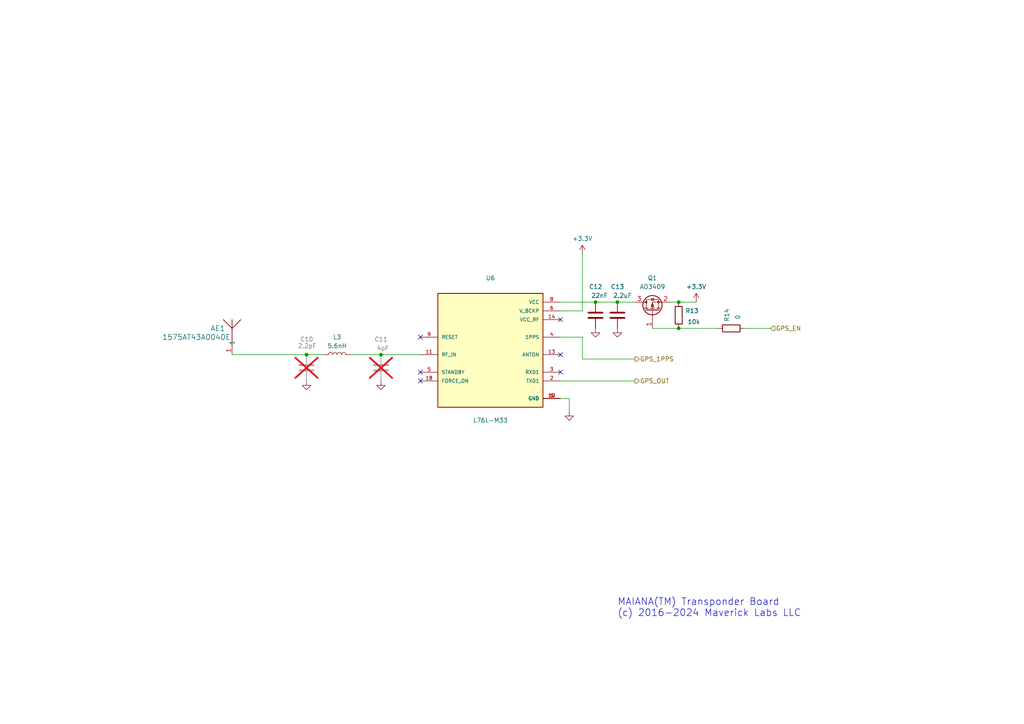
<source format=kicad_sch>
(kicad_sch
	(version 20231120)
	(generator "eeschema")
	(generator_version "8.0")
	(uuid "4f1e4c1f-fd27-4c9c-a2f0-8ae008ebc586")
	(paper "A4")
	(title_block
		(title "GNSS")
		(date "2025-05-28")
		(rev "11.9.2")
		(company "GBC.ro")
	)
	(lib_symbols
		(symbol "1575AT43A0040E:1575AT43A0040E"
			(pin_names
				(offset 0.254)
			)
			(exclude_from_sim no)
			(in_bom yes)
			(on_board yes)
			(property "Reference" "AE"
				(at 2.2606 6.985 0)
				(effects
					(font
						(size 1.524 1.524)
					)
				)
			)
			(property "Value" "1575AT43A0040E"
				(at 2.2606 3.175 0)
				(effects
					(font
						(size 1.524 1.524)
					)
				)
			)
			(property "Footprint" "ANT_1575AT_JOT"
				(at 0 0 0)
				(effects
					(font
						(size 1.27 1.27)
						(italic yes)
					)
					(hide yes)
				)
			)
			(property "Datasheet" "1575AT43A0040E"
				(at 0 0 0)
				(effects
					(font
						(size 1.27 1.27)
						(italic yes)
					)
					(hide yes)
				)
			)
			(property "Description" ""
				(at 0 0 0)
				(effects
					(font
						(size 1.27 1.27)
					)
					(hide yes)
				)
			)
			(property "ki_locked" ""
				(at 0 0 0)
				(effects
					(font
						(size 1.27 1.27)
					)
				)
			)
			(property "ki_keywords" "1575AT43A0040E"
				(at 0 0 0)
				(effects
					(font
						(size 1.27 1.27)
					)
					(hide yes)
				)
			)
			(property "ki_fp_filters" "ANT_1575AT_JOT ANT_1575AT_JOT-M ANT_1575AT_JOT-L"
				(at 0 0 0)
				(effects
					(font
						(size 1.27 1.27)
					)
					(hide yes)
				)
			)
			(symbol "1575AT43A0040E_0_1"
				(polyline
					(pts
						(xy -2.54 10.16) (xy 0 7.62)
					)
					(stroke
						(width 0.2032)
						(type default)
					)
					(fill
						(type none)
					)
				)
				(polyline
					(pts
						(xy 0 7.62) (xy 0 2.54)
					)
					(stroke
						(width 0.2032)
						(type default)
					)
					(fill
						(type none)
					)
				)
				(polyline
					(pts
						(xy 0 7.62) (xy 2.54 10.16)
					)
					(stroke
						(width 0.2032)
						(type default)
					)
					(fill
						(type none)
					)
				)
				(polyline
					(pts
						(xy 0 10.16) (xy 0 7.62)
					)
					(stroke
						(width 0.2032)
						(type default)
					)
					(fill
						(type none)
					)
				)
				(pin unspecified line
					(at 0 0 90)
					(length 2.54)
					(name "1"
						(effects
							(font
								(size 1.27 1.27)
							)
						)
					)
					(number "1"
						(effects
							(font
								(size 1.27 1.27)
							)
						)
					)
				)
			)
		)
		(symbol "Device:C"
			(pin_numbers hide)
			(pin_names
				(offset 0.254)
			)
			(exclude_from_sim no)
			(in_bom yes)
			(on_board yes)
			(property "Reference" "C"
				(at 0.635 2.54 0)
				(effects
					(font
						(size 1.27 1.27)
					)
					(justify left)
				)
			)
			(property "Value" "C"
				(at 0.635 -2.54 0)
				(effects
					(font
						(size 1.27 1.27)
					)
					(justify left)
				)
			)
			(property "Footprint" ""
				(at 0.9652 -3.81 0)
				(effects
					(font
						(size 1.27 1.27)
					)
					(hide yes)
				)
			)
			(property "Datasheet" "~"
				(at 0 0 0)
				(effects
					(font
						(size 1.27 1.27)
					)
					(hide yes)
				)
			)
			(property "Description" "Unpolarized capacitor"
				(at 0 0 0)
				(effects
					(font
						(size 1.27 1.27)
					)
					(hide yes)
				)
			)
			(property "ki_keywords" "cap capacitor"
				(at 0 0 0)
				(effects
					(font
						(size 1.27 1.27)
					)
					(hide yes)
				)
			)
			(property "ki_fp_filters" "C_*"
				(at 0 0 0)
				(effects
					(font
						(size 1.27 1.27)
					)
					(hide yes)
				)
			)
			(symbol "C_0_1"
				(polyline
					(pts
						(xy -2.032 -0.762) (xy 2.032 -0.762)
					)
					(stroke
						(width 0.508)
						(type default)
					)
					(fill
						(type none)
					)
				)
				(polyline
					(pts
						(xy -2.032 0.762) (xy 2.032 0.762)
					)
					(stroke
						(width 0.508)
						(type default)
					)
					(fill
						(type none)
					)
				)
			)
			(symbol "C_1_1"
				(pin passive line
					(at 0 3.81 270)
					(length 2.794)
					(name "~"
						(effects
							(font
								(size 1.27 1.27)
							)
						)
					)
					(number "1"
						(effects
							(font
								(size 1.27 1.27)
							)
						)
					)
				)
				(pin passive line
					(at 0 -3.81 90)
					(length 2.794)
					(name "~"
						(effects
							(font
								(size 1.27 1.27)
							)
						)
					)
					(number "2"
						(effects
							(font
								(size 1.27 1.27)
							)
						)
					)
				)
			)
		)
		(symbol "Device:L"
			(pin_numbers hide)
			(pin_names
				(offset 1.016) hide)
			(exclude_from_sim no)
			(in_bom yes)
			(on_board yes)
			(property "Reference" "L"
				(at -1.27 0 90)
				(effects
					(font
						(size 1.27 1.27)
					)
				)
			)
			(property "Value" "L"
				(at 1.905 0 90)
				(effects
					(font
						(size 1.27 1.27)
					)
				)
			)
			(property "Footprint" ""
				(at 0 0 0)
				(effects
					(font
						(size 1.27 1.27)
					)
					(hide yes)
				)
			)
			(property "Datasheet" "~"
				(at 0 0 0)
				(effects
					(font
						(size 1.27 1.27)
					)
					(hide yes)
				)
			)
			(property "Description" "Inductor"
				(at 0 0 0)
				(effects
					(font
						(size 1.27 1.27)
					)
					(hide yes)
				)
			)
			(property "ki_keywords" "inductor choke coil reactor magnetic"
				(at 0 0 0)
				(effects
					(font
						(size 1.27 1.27)
					)
					(hide yes)
				)
			)
			(property "ki_fp_filters" "Choke_* *Coil* Inductor_* L_*"
				(at 0 0 0)
				(effects
					(font
						(size 1.27 1.27)
					)
					(hide yes)
				)
			)
			(symbol "L_0_1"
				(arc
					(start 0 -2.54)
					(mid 0.6323 -1.905)
					(end 0 -1.27)
					(stroke
						(width 0)
						(type default)
					)
					(fill
						(type none)
					)
				)
				(arc
					(start 0 -1.27)
					(mid 0.6323 -0.635)
					(end 0 0)
					(stroke
						(width 0)
						(type default)
					)
					(fill
						(type none)
					)
				)
				(arc
					(start 0 0)
					(mid 0.6323 0.635)
					(end 0 1.27)
					(stroke
						(width 0)
						(type default)
					)
					(fill
						(type none)
					)
				)
				(arc
					(start 0 1.27)
					(mid 0.6323 1.905)
					(end 0 2.54)
					(stroke
						(width 0)
						(type default)
					)
					(fill
						(type none)
					)
				)
			)
			(symbol "L_1_1"
				(pin passive line
					(at 0 3.81 270)
					(length 1.27)
					(name "1"
						(effects
							(font
								(size 1.27 1.27)
							)
						)
					)
					(number "1"
						(effects
							(font
								(size 1.27 1.27)
							)
						)
					)
				)
				(pin passive line
					(at 0 -3.81 90)
					(length 1.27)
					(name "2"
						(effects
							(font
								(size 1.27 1.27)
							)
						)
					)
					(number "2"
						(effects
							(font
								(size 1.27 1.27)
							)
						)
					)
				)
			)
		)
		(symbol "Device:R"
			(pin_numbers hide)
			(pin_names
				(offset 0)
			)
			(exclude_from_sim no)
			(in_bom yes)
			(on_board yes)
			(property "Reference" "R"
				(at 2.032 0 90)
				(effects
					(font
						(size 1.27 1.27)
					)
				)
			)
			(property "Value" "R"
				(at 0 0 90)
				(effects
					(font
						(size 1.27 1.27)
					)
				)
			)
			(property "Footprint" ""
				(at -1.778 0 90)
				(effects
					(font
						(size 1.27 1.27)
					)
					(hide yes)
				)
			)
			(property "Datasheet" "~"
				(at 0 0 0)
				(effects
					(font
						(size 1.27 1.27)
					)
					(hide yes)
				)
			)
			(property "Description" "Resistor"
				(at 0 0 0)
				(effects
					(font
						(size 1.27 1.27)
					)
					(hide yes)
				)
			)
			(property "ki_keywords" "R res resistor"
				(at 0 0 0)
				(effects
					(font
						(size 1.27 1.27)
					)
					(hide yes)
				)
			)
			(property "ki_fp_filters" "R_*"
				(at 0 0 0)
				(effects
					(font
						(size 1.27 1.27)
					)
					(hide yes)
				)
			)
			(symbol "R_0_1"
				(rectangle
					(start -1.016 -2.54)
					(end 1.016 2.54)
					(stroke
						(width 0.254)
						(type default)
					)
					(fill
						(type none)
					)
				)
			)
			(symbol "R_1_1"
				(pin passive line
					(at 0 3.81 270)
					(length 1.27)
					(name "~"
						(effects
							(font
								(size 1.27 1.27)
							)
						)
					)
					(number "1"
						(effects
							(font
								(size 1.27 1.27)
							)
						)
					)
				)
				(pin passive line
					(at 0 -3.81 90)
					(length 1.27)
					(name "~"
						(effects
							(font
								(size 1.27 1.27)
							)
						)
					)
					(number "2"
						(effects
							(font
								(size 1.27 1.27)
							)
						)
					)
				)
			)
		)
		(symbol "L76L-M33:L76L-M33"
			(pin_names
				(offset 1.016)
			)
			(exclude_from_sim no)
			(in_bom yes)
			(on_board yes)
			(property "Reference" "U"
				(at -15.24 18.542 0)
				(effects
					(font
						(size 1.27 1.27)
					)
					(justify left bottom)
				)
			)
			(property "Value" "L76L-M33"
				(at -15.24 -17.78 0)
				(effects
					(font
						(size 1.27 1.27)
					)
					(justify left bottom)
				)
			)
			(property "Footprint" "XCVR_L76L-M33"
				(at 0 0 0)
				(effects
					(font
						(size 1.27 1.27)
					)
					(justify bottom)
					(hide yes)
				)
			)
			(property "Datasheet" ""
				(at 0 0 0)
				(effects
					(font
						(size 1.27 1.27)
					)
					(hide yes)
				)
			)
			(property "Description" "\nL76-L is a concurrent receiver module integrating GPS, GLONASS, Galileo and QZSS systems. With 33 tracking channels, 99 acquisition channels and 210 PRN channels, L76-L can acquire and track any mix of GPS, GLONASS and SBAS signals. Designed to be compatible with Quectel L76 module in the compact and unified form factor, L76-L provides a built-in LNA for better performance in weak signal areas.\n"
				(at 0 0 0)
				(effects
					(font
						(size 1.27 1.27)
					)
					(justify bottom)
					(hide yes)
				)
			)
			(property "MF" "Quectel"
				(at 0 0 0)
				(effects
					(font
						(size 1.27 1.27)
					)
					(justify bottom)
					(hide yes)
				)
			)
			(property "Package" "Custom Quectel"
				(at 0 0 0)
				(effects
					(font
						(size 1.27 1.27)
					)
					(justify bottom)
					(hide yes)
				)
			)
			(property "Price" "None"
				(at 0 0 0)
				(effects
					(font
						(size 1.27 1.27)
					)
					(justify bottom)
					(hide yes)
				)
			)
			(property "SnapEDA_Link" "https://www.snapeda.com/parts/L76L-M33/Quectel/view-part/?ref=snap"
				(at 0 0 0)
				(effects
					(font
						(size 1.27 1.27)
					)
					(justify bottom)
					(hide yes)
				)
			)
			(property "MP" "L76L-M33"
				(at 0 0 0)
				(effects
					(font
						(size 1.27 1.27)
					)
					(justify bottom)
					(hide yes)
				)
			)
			(property "Purchase-URL" "https://pricing.snapeda.com/search?q=L76L-M33&ref=eda"
				(at 0 0 0)
				(effects
					(font
						(size 1.27 1.27)
					)
					(justify bottom)
					(hide yes)
				)
			)
			(property "Availability" "In Stock"
				(at 0 0 0)
				(effects
					(font
						(size 1.27 1.27)
					)
					(justify bottom)
					(hide yes)
				)
			)
			(property "Check_prices" "https://www.snapeda.com/parts/L76L-M33/Quectel/view-part/?ref=eda"
				(at 0 0 0)
				(effects
					(font
						(size 1.27 1.27)
					)
					(justify bottom)
					(hide yes)
				)
			)
			(symbol "L76L-M33_0_0"
				(rectangle
					(start -15.24 -15.24)
					(end 15.24 17.78)
					(stroke
						(width 0.254)
						(type default)
					)
					(fill
						(type background)
					)
				)
				(pin power_in line
					(at 20.32 -12.7 180)
					(length 5.08)
					(name "GND"
						(effects
							(font
								(size 1.016 1.016)
							)
						)
					)
					(number "1"
						(effects
							(font
								(size 1.016 1.016)
							)
						)
					)
				)
				(pin power_in line
					(at 20.32 -12.7 180)
					(length 5.08)
					(name "GND"
						(effects
							(font
								(size 1.016 1.016)
							)
						)
					)
					(number "10"
						(effects
							(font
								(size 1.016 1.016)
							)
						)
					)
				)
				(pin input line
					(at -20.32 0 0)
					(length 5.08)
					(name "RF_IN"
						(effects
							(font
								(size 1.016 1.016)
							)
						)
					)
					(number "11"
						(effects
							(font
								(size 1.016 1.016)
							)
						)
					)
				)
				(pin power_in line
					(at 20.32 -12.7 180)
					(length 5.08)
					(name "GND"
						(effects
							(font
								(size 1.016 1.016)
							)
						)
					)
					(number "12"
						(effects
							(font
								(size 1.016 1.016)
							)
						)
					)
				)
				(pin output line
					(at 20.32 0 180)
					(length 5.08)
					(name "ANTON"
						(effects
							(font
								(size 1.016 1.016)
							)
						)
					)
					(number "13"
						(effects
							(font
								(size 1.016 1.016)
							)
						)
					)
				)
				(pin power_in line
					(at 20.32 10.16 180)
					(length 5.08)
					(name "VCC_RF"
						(effects
							(font
								(size 1.016 1.016)
							)
						)
					)
					(number "14"
						(effects
							(font
								(size 1.016 1.016)
							)
						)
					)
				)
				(pin input line
					(at -20.32 -7.62 0)
					(length 5.08)
					(name "FORCE_ON"
						(effects
							(font
								(size 1.016 1.016)
							)
						)
					)
					(number "18"
						(effects
							(font
								(size 1.016 1.016)
							)
						)
					)
				)
				(pin output line
					(at 20.32 -7.62 180)
					(length 5.08)
					(name "TXD1"
						(effects
							(font
								(size 1.016 1.016)
							)
						)
					)
					(number "2"
						(effects
							(font
								(size 1.016 1.016)
							)
						)
					)
				)
				(pin input line
					(at 20.32 -5.08 180)
					(length 5.08)
					(name "RXD1"
						(effects
							(font
								(size 1.016 1.016)
							)
						)
					)
					(number "3"
						(effects
							(font
								(size 1.016 1.016)
							)
						)
					)
				)
				(pin output line
					(at 20.32 5.08 180)
					(length 5.08)
					(name "1PPS"
						(effects
							(font
								(size 1.016 1.016)
							)
						)
					)
					(number "4"
						(effects
							(font
								(size 1.016 1.016)
							)
						)
					)
				)
				(pin input line
					(at -20.32 -5.08 0)
					(length 5.08)
					(name "STANDBY"
						(effects
							(font
								(size 1.016 1.016)
							)
						)
					)
					(number "5"
						(effects
							(font
								(size 1.016 1.016)
							)
						)
					)
				)
				(pin power_in line
					(at 20.32 12.7 180)
					(length 5.08)
					(name "V_BCKP"
						(effects
							(font
								(size 1.016 1.016)
							)
						)
					)
					(number "6"
						(effects
							(font
								(size 1.016 1.016)
							)
						)
					)
				)
				(pin power_in line
					(at 20.32 15.24 180)
					(length 5.08)
					(name "VCC"
						(effects
							(font
								(size 1.016 1.016)
							)
						)
					)
					(number "8"
						(effects
							(font
								(size 1.016 1.016)
							)
						)
					)
				)
				(pin input line
					(at -20.32 5.08 0)
					(length 5.08)
					(name "RESET"
						(effects
							(font
								(size 1.016 1.016)
							)
						)
					)
					(number "9"
						(effects
							(font
								(size 1.016 1.016)
							)
						)
					)
				)
			)
		)
		(symbol "Transistor_FET:AO3401A"
			(pin_names hide)
			(exclude_from_sim no)
			(in_bom yes)
			(on_board yes)
			(property "Reference" "Q"
				(at 5.08 1.905 0)
				(effects
					(font
						(size 1.27 1.27)
					)
					(justify left)
				)
			)
			(property "Value" "AO3401A"
				(at 5.08 0 0)
				(effects
					(font
						(size 1.27 1.27)
					)
					(justify left)
				)
			)
			(property "Footprint" "Package_TO_SOT_SMD:SOT-23"
				(at 5.08 -1.905 0)
				(effects
					(font
						(size 1.27 1.27)
						(italic yes)
					)
					(justify left)
					(hide yes)
				)
			)
			(property "Datasheet" "http://www.aosmd.com/pdfs/datasheet/AO3401A.pdf"
				(at 0 0 0)
				(effects
					(font
						(size 1.27 1.27)
					)
					(justify left)
					(hide yes)
				)
			)
			(property "Description" "-4.0A Id, -30V Vds, P-Channel MOSFET, SOT-23"
				(at 0 0 0)
				(effects
					(font
						(size 1.27 1.27)
					)
					(hide yes)
				)
			)
			(property "ki_keywords" "P-Channel MOSFET"
				(at 0 0 0)
				(effects
					(font
						(size 1.27 1.27)
					)
					(hide yes)
				)
			)
			(property "ki_fp_filters" "SOT?23*"
				(at 0 0 0)
				(effects
					(font
						(size 1.27 1.27)
					)
					(hide yes)
				)
			)
			(symbol "AO3401A_0_1"
				(polyline
					(pts
						(xy 0.254 0) (xy -2.54 0)
					)
					(stroke
						(width 0)
						(type default)
					)
					(fill
						(type none)
					)
				)
				(polyline
					(pts
						(xy 0.254 1.905) (xy 0.254 -1.905)
					)
					(stroke
						(width 0.254)
						(type default)
					)
					(fill
						(type none)
					)
				)
				(polyline
					(pts
						(xy 0.762 -1.27) (xy 0.762 -2.286)
					)
					(stroke
						(width 0.254)
						(type default)
					)
					(fill
						(type none)
					)
				)
				(polyline
					(pts
						(xy 0.762 0.508) (xy 0.762 -0.508)
					)
					(stroke
						(width 0.254)
						(type default)
					)
					(fill
						(type none)
					)
				)
				(polyline
					(pts
						(xy 0.762 2.286) (xy 0.762 1.27)
					)
					(stroke
						(width 0.254)
						(type default)
					)
					(fill
						(type none)
					)
				)
				(polyline
					(pts
						(xy 2.54 2.54) (xy 2.54 1.778)
					)
					(stroke
						(width 0)
						(type default)
					)
					(fill
						(type none)
					)
				)
				(polyline
					(pts
						(xy 2.54 -2.54) (xy 2.54 0) (xy 0.762 0)
					)
					(stroke
						(width 0)
						(type default)
					)
					(fill
						(type none)
					)
				)
				(polyline
					(pts
						(xy 0.762 1.778) (xy 3.302 1.778) (xy 3.302 -1.778) (xy 0.762 -1.778)
					)
					(stroke
						(width 0)
						(type default)
					)
					(fill
						(type none)
					)
				)
				(polyline
					(pts
						(xy 2.286 0) (xy 1.27 0.381) (xy 1.27 -0.381) (xy 2.286 0)
					)
					(stroke
						(width 0)
						(type default)
					)
					(fill
						(type outline)
					)
				)
				(polyline
					(pts
						(xy 2.794 -0.508) (xy 2.921 -0.381) (xy 3.683 -0.381) (xy 3.81 -0.254)
					)
					(stroke
						(width 0)
						(type default)
					)
					(fill
						(type none)
					)
				)
				(polyline
					(pts
						(xy 3.302 -0.381) (xy 2.921 0.254) (xy 3.683 0.254) (xy 3.302 -0.381)
					)
					(stroke
						(width 0)
						(type default)
					)
					(fill
						(type none)
					)
				)
				(circle
					(center 1.651 0)
					(radius 2.794)
					(stroke
						(width 0.254)
						(type default)
					)
					(fill
						(type none)
					)
				)
				(circle
					(center 2.54 -1.778)
					(radius 0.254)
					(stroke
						(width 0)
						(type default)
					)
					(fill
						(type outline)
					)
				)
				(circle
					(center 2.54 1.778)
					(radius 0.254)
					(stroke
						(width 0)
						(type default)
					)
					(fill
						(type outline)
					)
				)
			)
			(symbol "AO3401A_1_1"
				(pin input line
					(at -5.08 0 0)
					(length 2.54)
					(name "G"
						(effects
							(font
								(size 1.27 1.27)
							)
						)
					)
					(number "1"
						(effects
							(font
								(size 1.27 1.27)
							)
						)
					)
				)
				(pin passive line
					(at 2.54 -5.08 90)
					(length 2.54)
					(name "S"
						(effects
							(font
								(size 1.27 1.27)
							)
						)
					)
					(number "2"
						(effects
							(font
								(size 1.27 1.27)
							)
						)
					)
				)
				(pin passive line
					(at 2.54 5.08 270)
					(length 2.54)
					(name "D"
						(effects
							(font
								(size 1.27 1.27)
							)
						)
					)
					(number "3"
						(effects
							(font
								(size 1.27 1.27)
							)
						)
					)
				)
			)
		)
		(symbol "power:+3.3V"
			(power)
			(pin_names
				(offset 0)
			)
			(exclude_from_sim no)
			(in_bom yes)
			(on_board yes)
			(property "Reference" "#PWR"
				(at 0 -3.81 0)
				(effects
					(font
						(size 1.27 1.27)
					)
					(hide yes)
				)
			)
			(property "Value" "+3.3V"
				(at 0 3.556 0)
				(effects
					(font
						(size 1.27 1.27)
					)
				)
			)
			(property "Footprint" ""
				(at 0 0 0)
				(effects
					(font
						(size 1.27 1.27)
					)
					(hide yes)
				)
			)
			(property "Datasheet" ""
				(at 0 0 0)
				(effects
					(font
						(size 1.27 1.27)
					)
					(hide yes)
				)
			)
			(property "Description" "Power symbol creates a global label with name \"+3.3V\""
				(at 0 0 0)
				(effects
					(font
						(size 1.27 1.27)
					)
					(hide yes)
				)
			)
			(property "ki_keywords" "global power"
				(at 0 0 0)
				(effects
					(font
						(size 1.27 1.27)
					)
					(hide yes)
				)
			)
			(symbol "+3.3V_0_1"
				(polyline
					(pts
						(xy -0.762 1.27) (xy 0 2.54)
					)
					(stroke
						(width 0)
						(type default)
					)
					(fill
						(type none)
					)
				)
				(polyline
					(pts
						(xy 0 0) (xy 0 2.54)
					)
					(stroke
						(width 0)
						(type default)
					)
					(fill
						(type none)
					)
				)
				(polyline
					(pts
						(xy 0 2.54) (xy 0.762 1.27)
					)
					(stroke
						(width 0)
						(type default)
					)
					(fill
						(type none)
					)
				)
			)
			(symbol "+3.3V_1_1"
				(pin power_in line
					(at 0 0 90)
					(length 0) hide
					(name "+3.3V"
						(effects
							(font
								(size 1.27 1.27)
							)
						)
					)
					(number "1"
						(effects
							(font
								(size 1.27 1.27)
							)
						)
					)
				)
			)
		)
		(symbol "power:GND"
			(power)
			(pin_names
				(offset 0)
			)
			(exclude_from_sim no)
			(in_bom yes)
			(on_board yes)
			(property "Reference" "#PWR"
				(at 0 -6.35 0)
				(effects
					(font
						(size 1.27 1.27)
					)
					(hide yes)
				)
			)
			(property "Value" "GND"
				(at 0 -3.81 0)
				(effects
					(font
						(size 1.27 1.27)
					)
				)
			)
			(property "Footprint" ""
				(at 0 0 0)
				(effects
					(font
						(size 1.27 1.27)
					)
					(hide yes)
				)
			)
			(property "Datasheet" ""
				(at 0 0 0)
				(effects
					(font
						(size 1.27 1.27)
					)
					(hide yes)
				)
			)
			(property "Description" "Power symbol creates a global label with name \"GND\" , ground"
				(at 0 0 0)
				(effects
					(font
						(size 1.27 1.27)
					)
					(hide yes)
				)
			)
			(property "ki_keywords" "global power"
				(at 0 0 0)
				(effects
					(font
						(size 1.27 1.27)
					)
					(hide yes)
				)
			)
			(symbol "GND_0_1"
				(polyline
					(pts
						(xy 0 0) (xy 0 -1.27) (xy 1.27 -1.27) (xy 0 -2.54) (xy -1.27 -1.27) (xy 0 -1.27)
					)
					(stroke
						(width 0)
						(type default)
					)
					(fill
						(type none)
					)
				)
			)
			(symbol "GND_1_1"
				(pin power_in line
					(at 0 0 270)
					(length 0) hide
					(name "GND"
						(effects
							(font
								(size 1.27 1.27)
							)
						)
					)
					(number "1"
						(effects
							(font
								(size 1.27 1.27)
							)
						)
					)
				)
			)
		)
	)
	(junction
		(at 196.85 87.63)
		(diameter 0)
		(color 0 0 0 0)
		(uuid "930521ea-9710-4c5d-8b1d-b9d9bfdc3850")
	)
	(junction
		(at 179.07 87.63)
		(diameter 0)
		(color 0 0 0 0)
		(uuid "9389a223-3d49-452c-8e93-5fe7677b697c")
	)
	(junction
		(at 110.49 102.87)
		(diameter 0)
		(color 0 0 0 0)
		(uuid "9af3722e-acfe-4b5e-9be3-91bca8e1731b")
	)
	(junction
		(at 196.85 95.25)
		(diameter 0)
		(color 0 0 0 0)
		(uuid "a89fbbd7-17b3-4448-b54f-cfbe70821d4e")
	)
	(junction
		(at 88.9 102.87)
		(diameter 0)
		(color 0 0 0 0)
		(uuid "c730a3e4-ce1f-49fd-a40d-a38c691a8b4f")
	)
	(junction
		(at 172.72 87.63)
		(diameter 0)
		(color 0 0 0 0)
		(uuid "f997a20d-3365-40e5-8074-37cea13580a9")
	)
	(no_connect
		(at 162.56 107.95)
		(uuid "140088ae-e176-40fc-84f9-b8d8582403fd")
	)
	(no_connect
		(at 121.92 97.79)
		(uuid "1881a7ae-0e3f-47c8-b6e8-5cc5cd0ef4ab")
	)
	(no_connect
		(at 121.92 110.49)
		(uuid "4eef1219-adcc-4141-b178-82dc62410a99")
	)
	(no_connect
		(at 162.56 92.71)
		(uuid "7aa6908a-6460-4104-ae15-9e06d409d705")
	)
	(no_connect
		(at 162.56 102.87)
		(uuid "8e66383c-de8b-4cdf-bd2e-ead2c10969c5")
	)
	(no_connect
		(at 121.92 107.95)
		(uuid "a763b9d2-77ce-4e1d-a0d1-bf4731491b41")
	)
	(wire
		(pts
			(xy 67.31 102.87) (xy 88.9 102.87)
		)
		(stroke
			(width 0)
			(type default)
		)
		(uuid "11437a16-49e3-48e4-b522-aef11848d529")
	)
	(wire
		(pts
			(xy 168.91 90.17) (xy 168.91 73.66)
		)
		(stroke
			(width 0)
			(type default)
		)
		(uuid "444801a7-a47f-4bc0-a692-6e3390c9d984")
	)
	(wire
		(pts
			(xy 88.9 102.87) (xy 93.98 102.87)
		)
		(stroke
			(width 0)
			(type default)
		)
		(uuid "46839f67-6815-4941-88bc-862a0af9ca02")
	)
	(wire
		(pts
			(xy 101.6 102.87) (xy 110.49 102.87)
		)
		(stroke
			(width 0)
			(type default)
		)
		(uuid "4f73dfe1-a265-48d3-8b47-0568de84ace0")
	)
	(wire
		(pts
			(xy 168.91 97.79) (xy 168.91 104.14)
		)
		(stroke
			(width 0)
			(type default)
		)
		(uuid "53a1dbf1-bc65-4001-8f31-2b4419603197")
	)
	(wire
		(pts
			(xy 194.31 87.63) (xy 196.85 87.63)
		)
		(stroke
			(width 0)
			(type default)
		)
		(uuid "76a15a4a-e24c-4ff7-8d48-bf23af6a141e")
	)
	(wire
		(pts
			(xy 110.49 102.87) (xy 121.92 102.87)
		)
		(stroke
			(width 0)
			(type default)
		)
		(uuid "92e5e184-6795-43bd-a82c-295b2a50ae39")
	)
	(wire
		(pts
			(xy 165.1 115.57) (xy 165.1 119.38)
		)
		(stroke
			(width 0)
			(type default)
		)
		(uuid "9362f3ab-2701-4910-963f-6ecce67f1a7c")
	)
	(wire
		(pts
			(xy 215.9 95.25) (xy 223.52 95.25)
		)
		(stroke
			(width 0)
			(type default)
		)
		(uuid "952894d4-63e4-42a0-ac03-9dcc3e63f1d2")
	)
	(wire
		(pts
			(xy 162.56 90.17) (xy 168.91 90.17)
		)
		(stroke
			(width 0)
			(type default)
		)
		(uuid "96367af1-318b-4962-8038-f356f9a65e23")
	)
	(wire
		(pts
			(xy 196.85 87.63) (xy 201.93 87.63)
		)
		(stroke
			(width 0)
			(type default)
		)
		(uuid "a7fdcfef-9bd5-4f85-86b2-d5c3ced93e96")
	)
	(wire
		(pts
			(xy 162.56 110.49) (xy 184.15 110.49)
		)
		(stroke
			(width 0)
			(type default)
		)
		(uuid "b2403740-9f03-4fbf-8270-edb9e453a353")
	)
	(wire
		(pts
			(xy 189.23 95.25) (xy 196.85 95.25)
		)
		(stroke
			(width 0)
			(type default)
		)
		(uuid "b3185018-9508-48c2-b707-a95a38143dbe")
	)
	(wire
		(pts
			(xy 172.72 87.63) (xy 179.07 87.63)
		)
		(stroke
			(width 0)
			(type default)
		)
		(uuid "c1b37e0f-7413-47c2-af5e-6c5319a593dc")
	)
	(wire
		(pts
			(xy 162.56 115.57) (xy 165.1 115.57)
		)
		(stroke
			(width 0)
			(type default)
		)
		(uuid "c21ce04d-a405-4809-96a8-724742e3a089")
	)
	(wire
		(pts
			(xy 168.91 104.14) (xy 184.15 104.14)
		)
		(stroke
			(width 0)
			(type default)
		)
		(uuid "d06c04f2-ae0c-4b5b-9b6b-662a221c7dcf")
	)
	(wire
		(pts
			(xy 196.85 95.25) (xy 208.28 95.25)
		)
		(stroke
			(width 0)
			(type default)
		)
		(uuid "f302e40f-6fa9-423c-b6a4-bb802d5b000c")
	)
	(wire
		(pts
			(xy 162.56 87.63) (xy 172.72 87.63)
		)
		(stroke
			(width 0)
			(type default)
		)
		(uuid "fd926063-2be1-4502-b33a-a5b3c4b528bb")
	)
	(wire
		(pts
			(xy 179.07 87.63) (xy 184.15 87.63)
		)
		(stroke
			(width 0)
			(type default)
		)
		(uuid "ff14fecc-bf1f-4c59-89ca-4cba8b10c548")
	)
	(wire
		(pts
			(xy 162.56 97.79) (xy 168.91 97.79)
		)
		(stroke
			(width 0)
			(type default)
		)
		(uuid "ff9157b1-8457-4528-93d4-692de92a32ba")
	)
	(text "MAIANA(TM) Transponder Board\n(c) 2016-2024 Maverick Labs LLC"
		(exclude_from_sim no)
		(at 179.07 179.07 0)
		(effects
			(font
				(size 2 2)
			)
			(justify left bottom)
		)
		(uuid "ee0db328-fd38-4059-b8ef-6d4e748be202")
	)
	(hierarchical_label "GPS_1PPS"
		(shape output)
		(at 184.15 104.14 0)
		(effects
			(font
				(size 1.27 1.27)
			)
			(justify left)
		)
		(uuid "4dc2ed89-20f5-4fe6-9933-f26b838fb9e9")
	)
	(hierarchical_label "GPS_OUT"
		(shape output)
		(at 184.15 110.49 0)
		(effects
			(font
				(size 1.27 1.27)
			)
			(justify left)
		)
		(uuid "98cc23a9-8c1f-4ded-8407-adc4d7564ccf")
	)
	(hierarchical_label "GPS_EN"
		(shape input)
		(at 223.52 95.25 0)
		(effects
			(font
				(size 1.27 1.27)
			)
			(justify left)
		)
		(uuid "b38c68ac-f781-4221-81f7-960c4ced71ca")
	)
	(symbol
		(lib_id "Device:R")
		(at 212.09 95.25 90)
		(unit 1)
		(exclude_from_sim no)
		(in_bom yes)
		(on_board yes)
		(dnp no)
		(uuid "00d41952-7e49-4720-9cc6-90e94f274e00")
		(property "Reference" "R14"
			(at 210.82 93.345 0)
			(effects
				(font
					(size 1.27 1.27)
				)
				(justify left)
			)
		)
		(property "Value" "0"
			(at 213.995 92.71 0)
			(effects
				(font
					(size 1.27 1.27)
				)
				(justify left)
			)
		)
		(property "Footprint" "Resistor_SMD:R_0603_1608Metric"
			(at 212.09 97.028 90)
			(effects
				(font
					(size 1.27 1.27)
				)
				(hide yes)
			)
		)
		(property "Datasheet" "~"
			(at 212.09 95.25 0)
			(effects
				(font
					(size 1.27 1.27)
				)
				(hide yes)
			)
		)
		(property "Description" ""
			(at 212.09 95.25 0)
			(effects
				(font
					(size 1.27 1.27)
				)
				(hide yes)
			)
		)
		(pin "1"
			(uuid "2aa91b02-1dac-4351-b695-58c3d6b954f4")
		)
		(pin "2"
			(uuid "57310cc9-16ef-45c3-9482-928a522b5167")
		)
		(instances
			(project "transponder-11.9.1"
				(path "/b583e26f-fd46-44a9-8c29-035f43244830/0ca67552-af7c-4f8a-8046-e5878e5de2ff"
					(reference "R14")
					(unit 1)
				)
			)
		)
	)
	(symbol
		(lib_id "Transistor_FET:AO3401A")
		(at 189.23 90.17 90)
		(unit 1)
		(exclude_from_sim no)
		(in_bom yes)
		(on_board yes)
		(dnp no)
		(fields_autoplaced yes)
		(uuid "08acc4a7-3a5f-461d-866a-5bfb2af00183")
		(property "Reference" "Q1"
			(at 189.23 80.645 90)
			(effects
				(font
					(size 1.27 1.27)
				)
			)
		)
		(property "Value" "AO3409"
			(at 189.23 83.185 90)
			(effects
				(font
					(size 1.27 1.27)
				)
			)
		)
		(property "Footprint" "Package_TO_SOT_SMD:SOT-23"
			(at 191.135 85.09 0)
			(effects
				(font
					(size 1.27 1.27)
					(italic yes)
				)
				(justify left)
				(hide yes)
			)
		)
		(property "Datasheet" ""
			(at 189.23 90.17 0)
			(effects
				(font
					(size 1.27 1.27)
				)
				(justify left)
				(hide yes)
			)
		)
		(property "Description" ""
			(at 189.23 90.17 0)
			(effects
				(font
					(size 1.27 1.27)
				)
				(hide yes)
			)
		)
		(pin "1"
			(uuid "5c87e09e-cc0b-47ed-9e94-3700daa26cf0")
		)
		(pin "2"
			(uuid "6e96ec39-5956-4f21-bafc-152e79f37df8")
		)
		(pin "3"
			(uuid "bb195756-a8f2-43ee-9a0e-95a9d55e0a31")
		)
		(instances
			(project "transponder-11.9.1"
				(path "/b583e26f-fd46-44a9-8c29-035f43244830/0ca67552-af7c-4f8a-8046-e5878e5de2ff"
					(reference "Q1")
					(unit 1)
				)
			)
		)
	)
	(symbol
		(lib_id "power:GND")
		(at 179.07 95.25 0)
		(unit 1)
		(exclude_from_sim no)
		(in_bom yes)
		(on_board yes)
		(dnp no)
		(fields_autoplaced yes)
		(uuid "2338b640-3d9c-40e4-9509-ce8cf1078736")
		(property "Reference" "#PWR038"
			(at 179.07 101.6 0)
			(effects
				(font
					(size 1.27 1.27)
				)
				(hide yes)
			)
		)
		(property "Value" "GND"
			(at 179.07 100.33 0)
			(effects
				(font
					(size 1.27 1.27)
				)
				(hide yes)
			)
		)
		(property "Footprint" ""
			(at 179.07 95.25 0)
			(effects
				(font
					(size 1.27 1.27)
				)
				(hide yes)
			)
		)
		(property "Datasheet" ""
			(at 179.07 95.25 0)
			(effects
				(font
					(size 1.27 1.27)
				)
				(hide yes)
			)
		)
		(property "Description" ""
			(at 179.07 95.25 0)
			(effects
				(font
					(size 1.27 1.27)
				)
				(hide yes)
			)
		)
		(pin "1"
			(uuid "77e97aef-bde4-44d0-8367-a92414049719")
		)
		(instances
			(project "transponder-11.9.1"
				(path "/b583e26f-fd46-44a9-8c29-035f43244830/0ca67552-af7c-4f8a-8046-e5878e5de2ff"
					(reference "#PWR038")
					(unit 1)
				)
			)
		)
	)
	(symbol
		(lib_id "Device:C")
		(at 110.49 106.68 180)
		(unit 1)
		(exclude_from_sim no)
		(in_bom yes)
		(on_board yes)
		(dnp yes)
		(uuid "419bd56f-450d-4277-af59-246394662d12")
		(property "Reference" "C11"
			(at 108.585 98.425 0)
			(effects
				(font
					(size 1.27 1.27)
				)
				(justify right)
			)
		)
		(property "Value" "4pF"
			(at 109.22 100.965 0)
			(effects
				(font
					(size 1.27 1.27)
				)
				(justify right)
			)
		)
		(property "Footprint" "Capacitor_SMD:C_0603_1608Metric"
			(at 109.5248 102.87 0)
			(effects
				(font
					(size 1.27 1.27)
				)
				(hide yes)
			)
		)
		(property "Datasheet" "~"
			(at 110.49 106.68 0)
			(effects
				(font
					(size 1.27 1.27)
				)
				(hide yes)
			)
		)
		(property "Description" ""
			(at 110.49 106.68 0)
			(effects
				(font
					(size 1.27 1.27)
				)
				(hide yes)
			)
		)
		(pin "1"
			(uuid "93778d5c-9933-423a-aea6-f46a7aff4055")
		)
		(pin "2"
			(uuid "64827b7b-4633-47d4-a5a1-01e5bfda97c9")
		)
		(instances
			(project "transponder-11.9.1"
				(path "/b583e26f-fd46-44a9-8c29-035f43244830/0ca67552-af7c-4f8a-8046-e5878e5de2ff"
					(reference "C11")
					(unit 1)
				)
			)
		)
	)
	(symbol
		(lib_id "1575AT43A0040E:1575AT43A0040E")
		(at 67.31 102.87 0)
		(unit 1)
		(exclude_from_sim no)
		(in_bom yes)
		(on_board yes)
		(dnp no)
		(uuid "5aba3171-da16-474b-b931-0879b9c91620")
		(property "Reference" "AE1"
			(at 60.96 95.25 0)
			(effects
				(font
					(size 1.524 1.524)
				)
				(justify left)
			)
		)
		(property "Value" "1575AT43A0040E"
			(at 46.99 97.79 0)
			(effects
				(font
					(size 1.524 1.524)
				)
				(justify left)
			)
		)
		(property "Footprint" "KiCadFootprints:ANT_1575AT_JOT"
			(at 67.31 102.87 0)
			(effects
				(font
					(size 1.27 1.27)
					(italic yes)
				)
				(hide yes)
			)
		)
		(property "Datasheet" "1575AT43A0040E"
			(at 67.31 102.87 0)
			(effects
				(font
					(size 1.27 1.27)
					(italic yes)
				)
				(hide yes)
			)
		)
		(property "Description" ""
			(at 67.31 102.87 0)
			(effects
				(font
					(size 1.27 1.27)
				)
				(hide yes)
			)
		)
		(pin "1"
			(uuid "6eda12b8-0596-433e-b214-5444e8d3a0f9")
		)
		(instances
			(project "transponder-11.9.1"
				(path "/b583e26f-fd46-44a9-8c29-035f43244830/0ca67552-af7c-4f8a-8046-e5878e5de2ff"
					(reference "AE1")
					(unit 1)
				)
			)
		)
	)
	(symbol
		(lib_id "Device:C")
		(at 88.9 106.68 180)
		(unit 1)
		(exclude_from_sim no)
		(in_bom yes)
		(on_board yes)
		(dnp yes)
		(uuid "62cb73ac-c0d4-4897-9961-aac84892a41a")
		(property "Reference" "C10"
			(at 86.995 98.425 0)
			(effects
				(font
					(size 1.27 1.27)
				)
				(justify right)
			)
		)
		(property "Value" "2.2pF"
			(at 86.36 100.33 0)
			(effects
				(font
					(size 1.27 1.27)
				)
				(justify right)
			)
		)
		(property "Footprint" "Capacitor_SMD:C_0603_1608Metric"
			(at 87.9348 102.87 0)
			(effects
				(font
					(size 1.27 1.27)
				)
				(hide yes)
			)
		)
		(property "Datasheet" "~"
			(at 88.9 106.68 0)
			(effects
				(font
					(size 1.27 1.27)
				)
				(hide yes)
			)
		)
		(property "Description" ""
			(at 88.9 106.68 0)
			(effects
				(font
					(size 1.27 1.27)
				)
				(hide yes)
			)
		)
		(pin "1"
			(uuid "3810fcc8-13fc-45a3-bb00-34b87eb46110")
		)
		(pin "2"
			(uuid "d56c1b5a-cefc-47e1-9fff-f941f39259df")
		)
		(instances
			(project "transponder-11.9.1"
				(path "/b583e26f-fd46-44a9-8c29-035f43244830/0ca67552-af7c-4f8a-8046-e5878e5de2ff"
					(reference "C10")
					(unit 1)
				)
			)
		)
	)
	(symbol
		(lib_id "power:GND")
		(at 165.1 119.38 0)
		(unit 1)
		(exclude_from_sim no)
		(in_bom yes)
		(on_board yes)
		(dnp no)
		(fields_autoplaced yes)
		(uuid "6e6d2b1f-6d36-4571-9570-dbafcc09cecf")
		(property "Reference" "#PWR035"
			(at 165.1 125.73 0)
			(effects
				(font
					(size 1.27 1.27)
				)
				(hide yes)
			)
		)
		(property "Value" "GND"
			(at 165.1 124.46 0)
			(effects
				(font
					(size 1.27 1.27)
				)
				(hide yes)
			)
		)
		(property "Footprint" ""
			(at 165.1 119.38 0)
			(effects
				(font
					(size 1.27 1.27)
				)
				(hide yes)
			)
		)
		(property "Datasheet" ""
			(at 165.1 119.38 0)
			(effects
				(font
					(size 1.27 1.27)
				)
				(hide yes)
			)
		)
		(property "Description" ""
			(at 165.1 119.38 0)
			(effects
				(font
					(size 1.27 1.27)
				)
				(hide yes)
			)
		)
		(pin "1"
			(uuid "1cb12391-654f-459e-b699-ac350649934d")
		)
		(instances
			(project "transponder-11.9.1"
				(path "/b583e26f-fd46-44a9-8c29-035f43244830/0ca67552-af7c-4f8a-8046-e5878e5de2ff"
					(reference "#PWR035")
					(unit 1)
				)
			)
		)
	)
	(symbol
		(lib_id "Device:R")
		(at 196.85 91.44 0)
		(unit 1)
		(exclude_from_sim no)
		(in_bom yes)
		(on_board yes)
		(dnp no)
		(uuid "728517d4-4d11-4829-a38d-23a933d87811")
		(property "Reference" "R13"
			(at 198.755 90.17 0)
			(effects
				(font
					(size 1.27 1.27)
				)
				(justify left)
			)
		)
		(property "Value" "10k"
			(at 199.39 93.345 0)
			(effects
				(font
					(size 1.27 1.27)
				)
				(justify left)
			)
		)
		(property "Footprint" "Resistor_SMD:R_0603_1608Metric"
			(at 195.072 91.44 90)
			(effects
				(font
					(size 1.27 1.27)
				)
				(hide yes)
			)
		)
		(property "Datasheet" "~"
			(at 196.85 91.44 0)
			(effects
				(font
					(size 1.27 1.27)
				)
				(hide yes)
			)
		)
		(property "Description" ""
			(at 196.85 91.44 0)
			(effects
				(font
					(size 1.27 1.27)
				)
				(hide yes)
			)
		)
		(pin "1"
			(uuid "92297a6b-fe7f-437b-b590-acfe23312ccd")
		)
		(pin "2"
			(uuid "2f22ccde-fd6e-4668-b4a3-65574a56d1f1")
		)
		(instances
			(project "transponder-11.9.1"
				(path "/b583e26f-fd46-44a9-8c29-035f43244830/0ca67552-af7c-4f8a-8046-e5878e5de2ff"
					(reference "R13")
					(unit 1)
				)
			)
		)
	)
	(symbol
		(lib_id "Device:C")
		(at 179.07 91.44 180)
		(unit 1)
		(exclude_from_sim no)
		(in_bom yes)
		(on_board yes)
		(dnp no)
		(uuid "75dd9253-accc-4a1a-ab56-d106ec686afd")
		(property "Reference" "C13"
			(at 177.165 83.185 0)
			(effects
				(font
					(size 1.27 1.27)
				)
				(justify right)
			)
		)
		(property "Value" "2.2uF"
			(at 177.8 85.725 0)
			(effects
				(font
					(size 1.27 1.27)
				)
				(justify right)
			)
		)
		(property "Footprint" "Capacitor_SMD:C_0603_1608Metric"
			(at 178.1048 87.63 0)
			(effects
				(font
					(size 1.27 1.27)
				)
				(hide yes)
			)
		)
		(property "Datasheet" "~"
			(at 179.07 91.44 0)
			(effects
				(font
					(size 1.27 1.27)
				)
				(hide yes)
			)
		)
		(property "Description" ""
			(at 179.07 91.44 0)
			(effects
				(font
					(size 1.27 1.27)
				)
				(hide yes)
			)
		)
		(pin "1"
			(uuid "c7f5613c-9cf6-426a-be43-2710fd397aa5")
		)
		(pin "2"
			(uuid "310c48c0-2047-4374-8012-ca5682d96cb7")
		)
		(instances
			(project "transponder-11.9.1"
				(path "/b583e26f-fd46-44a9-8c29-035f43244830/0ca67552-af7c-4f8a-8046-e5878e5de2ff"
					(reference "C13")
					(unit 1)
				)
			)
		)
	)
	(symbol
		(lib_id "L76L-M33:L76L-M33")
		(at 142.24 102.87 0)
		(unit 1)
		(exclude_from_sim no)
		(in_bom yes)
		(on_board yes)
		(dnp no)
		(uuid "8555d95f-5f9e-42f0-bf26-ed2e831f78ef")
		(property "Reference" "U6"
			(at 142.24 80.645 0)
			(effects
				(font
					(size 1.27 1.27)
				)
			)
		)
		(property "Value" "L76L-M33"
			(at 142.24 121.92 0)
			(effects
				(font
					(size 1.27 1.27)
				)
			)
		)
		(property "Footprint" "KiCadFootprints:XCVR_L76L-M33"
			(at 142.24 102.87 0)
			(effects
				(font
					(size 1.27 1.27)
				)
				(justify bottom)
				(hide yes)
			)
		)
		(property "Datasheet" ""
			(at 142.24 102.87 0)
			(effects
				(font
					(size 1.27 1.27)
				)
				(hide yes)
			)
		)
		(property "Description" "\nL76-L is a concurrent receiver module integrating GPS, GLONASS, Galileo and QZSS systems. With 33 tracking channels, 99 acquisition channels and 210 PRN channels, L76-L can acquire and track any mix of GPS, GLONASS and SBAS signals. Designed to be compatible with Quectel L76 module in the compact and unified form factor, L76-L provides a built-in LNA for better performance in weak signal areas.\n"
			(at 142.24 102.87 0)
			(effects
				(font
					(size 1.27 1.27)
				)
				(justify bottom)
				(hide yes)
			)
		)
		(property "MF" "Quectel"
			(at 142.24 102.87 0)
			(effects
				(font
					(size 1.27 1.27)
				)
				(justify bottom)
				(hide yes)
			)
		)
		(property "Package" "Custom Quectel"
			(at 142.24 102.87 0)
			(effects
				(font
					(size 1.27 1.27)
				)
				(justify bottom)
				(hide yes)
			)
		)
		(property "Price" "None"
			(at 142.24 102.87 0)
			(effects
				(font
					(size 1.27 1.27)
				)
				(justify bottom)
				(hide yes)
			)
		)
		(property "SnapEDA_Link" "https://www.snapeda.com/parts/L76L-M33/Quectel/view-part/?ref=snap"
			(at 142.24 102.87 0)
			(effects
				(font
					(size 1.27 1.27)
				)
				(justify bottom)
				(hide yes)
			)
		)
		(property "MP" "L76L-M33"
			(at 142.24 102.87 0)
			(effects
				(font
					(size 1.27 1.27)
				)
				(justify bottom)
				(hide yes)
			)
		)
		(property "Purchase-URL" "https://pricing.snapeda.com/search?q=L76L-M33&ref=eda"
			(at 142.24 102.87 0)
			(effects
				(font
					(size 1.27 1.27)
				)
				(justify bottom)
				(hide yes)
			)
		)
		(property "Availability" "In Stock"
			(at 142.24 102.87 0)
			(effects
				(font
					(size 1.27 1.27)
				)
				(justify bottom)
				(hide yes)
			)
		)
		(property "Check_prices" "https://www.snapeda.com/parts/L76L-M33/Quectel/view-part/?ref=eda"
			(at 142.24 102.87 0)
			(effects
				(font
					(size 1.27 1.27)
				)
				(justify bottom)
				(hide yes)
			)
		)
		(pin "1"
			(uuid "dcee8234-6d39-4700-b87f-9dc362a1fc67")
		)
		(pin "10"
			(uuid "7de59c68-fe4f-4f68-b986-7318c6e7618b")
		)
		(pin "11"
			(uuid "1dc850cb-ad5a-43c0-969a-97f336e7f8c8")
		)
		(pin "12"
			(uuid "d25da471-4987-4991-a756-e67c2bb286c6")
		)
		(pin "13"
			(uuid "ef8d373d-6806-4d6d-8a81-caefa5d0144c")
		)
		(pin "14"
			(uuid "4be91fa5-06e5-464a-88c4-986a9c1e78fa")
		)
		(pin "18"
			(uuid "60f2cb74-88c1-4593-aad5-296c90cb42e3")
		)
		(pin "2"
			(uuid "42df8842-bccd-44ab-b4a7-98cd35f2ee62")
		)
		(pin "3"
			(uuid "85b6d14c-c3f1-4709-9da9-bb5d88686b89")
		)
		(pin "4"
			(uuid "1cab2e55-1ccb-482e-9a6c-8a644623c65c")
		)
		(pin "5"
			(uuid "8bd8081c-ca9e-44a3-9e16-58822b4cb7cd")
		)
		(pin "6"
			(uuid "b44c0004-73e7-44de-b091-269676eb24d9")
		)
		(pin "8"
			(uuid "9f8247c0-323d-4dae-9e4e-ca1fcb910324")
		)
		(pin "9"
			(uuid "c46dae9a-8e6e-4a8b-a767-ba41e3ff13ca")
		)
		(instances
			(project "transponder-11.9.1"
				(path "/b583e26f-fd46-44a9-8c29-035f43244830/0ca67552-af7c-4f8a-8046-e5878e5de2ff"
					(reference "U6")
					(unit 1)
				)
			)
		)
	)
	(symbol
		(lib_id "Device:L")
		(at 97.79 102.87 90)
		(unit 1)
		(exclude_from_sim no)
		(in_bom yes)
		(on_board yes)
		(dnp no)
		(fields_autoplaced yes)
		(uuid "90d93285-a01a-479f-8084-1cb9fe1cc6a3")
		(property "Reference" "L3"
			(at 97.79 97.79 90)
			(effects
				(font
					(size 1.27 1.27)
				)
			)
		)
		(property "Value" "5.6nH"
			(at 97.79 100.33 90)
			(effects
				(font
					(size 1.27 1.27)
				)
			)
		)
		(property "Footprint" "Inductor_SMD:L_0603_1608Metric"
			(at 97.79 102.87 0)
			(effects
				(font
					(size 1.27 1.27)
				)
				(hide yes)
			)
		)
		(property "Datasheet" "~"
			(at 97.79 102.87 0)
			(effects
				(font
					(size 1.27 1.27)
				)
				(hide yes)
			)
		)
		(property "Description" ""
			(at 97.79 102.87 0)
			(effects
				(font
					(size 1.27 1.27)
				)
				(hide yes)
			)
		)
		(pin "1"
			(uuid "d0fb80c1-cb32-495f-9b5c-242fe8531e37")
		)
		(pin "2"
			(uuid "77dd9494-d68e-40f5-a175-b18d4ba0c792")
		)
		(instances
			(project "transponder-11.9.1"
				(path "/b583e26f-fd46-44a9-8c29-035f43244830/0ca67552-af7c-4f8a-8046-e5878e5de2ff"
					(reference "L3")
					(unit 1)
				)
			)
		)
	)
	(symbol
		(lib_id "power:+3.3V")
		(at 201.93 87.63 0)
		(unit 1)
		(exclude_from_sim no)
		(in_bom yes)
		(on_board yes)
		(dnp no)
		(fields_autoplaced yes)
		(uuid "98df9e17-65a3-4015-97b3-506e5c888da5")
		(property "Reference" "#PWR039"
			(at 201.93 91.44 0)
			(effects
				(font
					(size 1.27 1.27)
				)
				(hide yes)
			)
		)
		(property "Value" "+3.3V"
			(at 201.93 83.185 0)
			(effects
				(font
					(size 1.27 1.27)
				)
			)
		)
		(property "Footprint" ""
			(at 201.93 87.63 0)
			(effects
				(font
					(size 1.27 1.27)
				)
				(hide yes)
			)
		)
		(property "Datasheet" ""
			(at 201.93 87.63 0)
			(effects
				(font
					(size 1.27 1.27)
				)
				(hide yes)
			)
		)
		(property "Description" ""
			(at 201.93 87.63 0)
			(effects
				(font
					(size 1.27 1.27)
				)
				(hide yes)
			)
		)
		(pin "1"
			(uuid "a1898e45-01c8-4eb5-9b05-1d9b0d09b2e6")
		)
		(instances
			(project "transponder-11.9.1"
				(path "/b583e26f-fd46-44a9-8c29-035f43244830/0ca67552-af7c-4f8a-8046-e5878e5de2ff"
					(reference "#PWR039")
					(unit 1)
				)
			)
		)
	)
	(symbol
		(lib_id "power:GND")
		(at 88.9 110.49 0)
		(unit 1)
		(exclude_from_sim no)
		(in_bom yes)
		(on_board yes)
		(dnp no)
		(fields_autoplaced yes)
		(uuid "c7ac0476-e40e-41d0-b848-12abf9ec4f10")
		(property "Reference" "#PWR033"
			(at 88.9 116.84 0)
			(effects
				(font
					(size 1.27 1.27)
				)
				(hide yes)
			)
		)
		(property "Value" "GND"
			(at 88.9 115.57 0)
			(effects
				(font
					(size 1.27 1.27)
				)
				(hide yes)
			)
		)
		(property "Footprint" ""
			(at 88.9 110.49 0)
			(effects
				(font
					(size 1.27 1.27)
				)
				(hide yes)
			)
		)
		(property "Datasheet" ""
			(at 88.9 110.49 0)
			(effects
				(font
					(size 1.27 1.27)
				)
				(hide yes)
			)
		)
		(property "Description" ""
			(at 88.9 110.49 0)
			(effects
				(font
					(size 1.27 1.27)
				)
				(hide yes)
			)
		)
		(pin "1"
			(uuid "e191c4e5-c1c0-4b7e-b02b-17ea9c5c6084")
		)
		(instances
			(project "transponder-11.9.1"
				(path "/b583e26f-fd46-44a9-8c29-035f43244830/0ca67552-af7c-4f8a-8046-e5878e5de2ff"
					(reference "#PWR033")
					(unit 1)
				)
			)
		)
	)
	(symbol
		(lib_id "power:GND")
		(at 172.72 95.25 0)
		(unit 1)
		(exclude_from_sim no)
		(in_bom yes)
		(on_board yes)
		(dnp no)
		(fields_autoplaced yes)
		(uuid "d775e18a-56d1-427a-bbad-4b6ccbd824d9")
		(property "Reference" "#PWR037"
			(at 172.72 101.6 0)
			(effects
				(font
					(size 1.27 1.27)
				)
				(hide yes)
			)
		)
		(property "Value" "GND"
			(at 172.72 100.33 0)
			(effects
				(font
					(size 1.27 1.27)
				)
				(hide yes)
			)
		)
		(property "Footprint" ""
			(at 172.72 95.25 0)
			(effects
				(font
					(size 1.27 1.27)
				)
				(hide yes)
			)
		)
		(property "Datasheet" ""
			(at 172.72 95.25 0)
			(effects
				(font
					(size 1.27 1.27)
				)
				(hide yes)
			)
		)
		(property "Description" ""
			(at 172.72 95.25 0)
			(effects
				(font
					(size 1.27 1.27)
				)
				(hide yes)
			)
		)
		(pin "1"
			(uuid "57174ddb-de95-461f-8bc3-c645dbf5bae4")
		)
		(instances
			(project "transponder-11.9.1"
				(path "/b583e26f-fd46-44a9-8c29-035f43244830/0ca67552-af7c-4f8a-8046-e5878e5de2ff"
					(reference "#PWR037")
					(unit 1)
				)
			)
		)
	)
	(symbol
		(lib_id "power:+3.3V")
		(at 168.91 73.66 0)
		(unit 1)
		(exclude_from_sim no)
		(in_bom yes)
		(on_board yes)
		(dnp no)
		(fields_autoplaced yes)
		(uuid "ef77eefe-ac07-40b2-bb8d-dae8bb6be748")
		(property "Reference" "#PWR036"
			(at 168.91 77.47 0)
			(effects
				(font
					(size 1.27 1.27)
				)
				(hide yes)
			)
		)
		(property "Value" "+3.3V"
			(at 168.91 69.215 0)
			(effects
				(font
					(size 1.27 1.27)
				)
			)
		)
		(property "Footprint" ""
			(at 168.91 73.66 0)
			(effects
				(font
					(size 1.27 1.27)
				)
				(hide yes)
			)
		)
		(property "Datasheet" ""
			(at 168.91 73.66 0)
			(effects
				(font
					(size 1.27 1.27)
				)
				(hide yes)
			)
		)
		(property "Description" ""
			(at 168.91 73.66 0)
			(effects
				(font
					(size 1.27 1.27)
				)
				(hide yes)
			)
		)
		(pin "1"
			(uuid "6f21c92b-15c0-4227-8070-e47a6d9436fa")
		)
		(instances
			(project "transponder-11.9.1"
				(path "/b583e26f-fd46-44a9-8c29-035f43244830/0ca67552-af7c-4f8a-8046-e5878e5de2ff"
					(reference "#PWR036")
					(unit 1)
				)
			)
		)
	)
	(symbol
		(lib_id "Device:C")
		(at 172.72 91.44 180)
		(unit 1)
		(exclude_from_sim no)
		(in_bom yes)
		(on_board yes)
		(dnp no)
		(uuid "f984f002-1061-4250-92a9-b7dbd1ea44a6")
		(property "Reference" "C12"
			(at 170.815 83.185 0)
			(effects
				(font
					(size 1.27 1.27)
				)
				(justify right)
			)
		)
		(property "Value" "22nF"
			(at 171.45 85.725 0)
			(effects
				(font
					(size 1.27 1.27)
				)
				(justify right)
			)
		)
		(property "Footprint" "Capacitor_SMD:C_0603_1608Metric"
			(at 171.7548 87.63 0)
			(effects
				(font
					(size 1.27 1.27)
				)
				(hide yes)
			)
		)
		(property "Datasheet" "~"
			(at 172.72 91.44 0)
			(effects
				(font
					(size 1.27 1.27)
				)
				(hide yes)
			)
		)
		(property "Description" ""
			(at 172.72 91.44 0)
			(effects
				(font
					(size 1.27 1.27)
				)
				(hide yes)
			)
		)
		(pin "1"
			(uuid "d7b6e200-f26d-4217-9752-f6fe2ad6bf3d")
		)
		(pin "2"
			(uuid "0f2ec3ab-2b25-4e71-aa16-e102e78d24c6")
		)
		(instances
			(project "transponder-11.9.1"
				(path "/b583e26f-fd46-44a9-8c29-035f43244830/0ca67552-af7c-4f8a-8046-e5878e5de2ff"
					(reference "C12")
					(unit 1)
				)
			)
		)
	)
	(symbol
		(lib_id "power:GND")
		(at 110.49 110.49 0)
		(unit 1)
		(exclude_from_sim no)
		(in_bom yes)
		(on_board yes)
		(dnp no)
		(fields_autoplaced yes)
		(uuid "fda15bc5-ab96-4305-8ae1-5e14b90bbe90")
		(property "Reference" "#PWR034"
			(at 110.49 116.84 0)
			(effects
				(font
					(size 1.27 1.27)
				)
				(hide yes)
			)
		)
		(property "Value" "GND"
			(at 110.49 115.57 0)
			(effects
				(font
					(size 1.27 1.27)
				)
				(hide yes)
			)
		)
		(property "Footprint" ""
			(at 110.49 110.49 0)
			(effects
				(font
					(size 1.27 1.27)
				)
				(hide yes)
			)
		)
		(property "Datasheet" ""
			(at 110.49 110.49 0)
			(effects
				(font
					(size 1.27 1.27)
				)
				(hide yes)
			)
		)
		(property "Description" ""
			(at 110.49 110.49 0)
			(effects
				(font
					(size 1.27 1.27)
				)
				(hide yes)
			)
		)
		(pin "1"
			(uuid "3cd27c1d-12e6-4161-9d6c-0867adf6b56d")
		)
		(instances
			(project "transponder-11.9.1"
				(path "/b583e26f-fd46-44a9-8c29-035f43244830/0ca67552-af7c-4f8a-8046-e5878e5de2ff"
					(reference "#PWR034")
					(unit 1)
				)
			)
		)
	)
)

</source>
